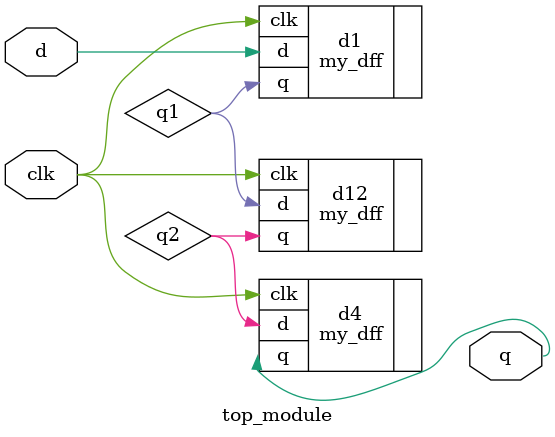
<source format=v>
module top_module ( input clk, input d, output q );
    wire q1,q2;
    my_dff d1(.clk(clk),.d(d),.q(q1));
    my_dff d12(.clk(clk),.d(q1),.q(q2));
    my_dff d4(.clk(clk),.d(q2),.q(q));
endmodule

</source>
